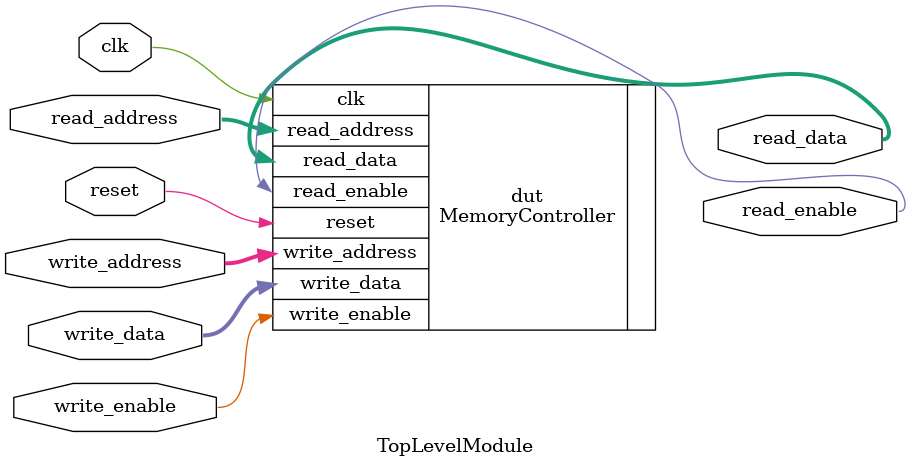
<source format=v>
module TopLevelModule (
  input wire clk,
  input wire reset,
  input wire write_enable,
  input wire [31:0] write_address,
  input wire [31:0] write_data,
  output wire read_enable,
  input wire [31:0] read_address,
  output wire [31:0] read_data
);

  // Memory Controller Instance
  MemoryController dut (
    .clk(clk),
    .reset(reset),
    .write_enable(write_enable),
    .write_address(write_address),
    .write_data(write_data),
    .read_enable(read_enable),
    .read_address(read_address),
    .read_data(read_data)
  );

  initial begin
	$dumpfile("waves.vcd");
	$dumpvars;
  end

endmodule

</source>
